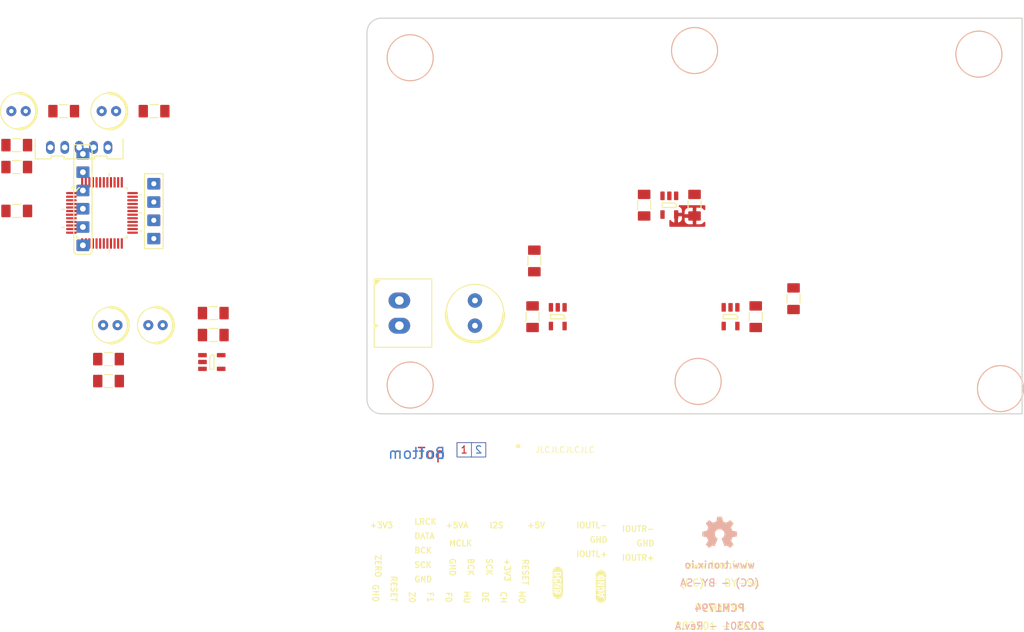
<source format=kicad_pcb>
(kicad_pcb (version 20221018) (generator pcbnew)
  (title_block (title "PCM1795/6") (date "01/2023") (rev "A"))
  (layers (0 "F.Cu" signal) (31 "B.Cu" signal) (34 "B.Paste" user) (35 "F.Paste" user) (36 "B.SilkS" user "B.Silkscreen") (37 "F.SilkS" user "F.Silkscreen") (38 "B.Mask" user) (39 "F.Mask" user) (44 "Edge.Cuts" user))
  (net 0 "")
  (net 1 "VCC")
  (net 2 "SCK")
  (net 3 "BCK")
  (net 4 "AGND")
  (net 6 "+3V3D")
  (net 7 "+3V3A")
  (net 16 "+1V8D")
  (net 17 "+3V3L")
  (net 25 "Net-(U201-VCC)")
  (net 52 "Net-(U201-A0)")
  (footprint "tronixio:SOT25" (layer "F.Cu") (at 130.5 95.5 -90)
    (fp_text reference "U101" hide)
    (fp_text value "AP7375-18")
    (pad "1" smd roundrect (at -1.3 -0.95 270) (size 1.2 0.6) (layers "F.Cu" "F.Paste" "F.Mask") (roundrect_rratio 0.15) (net 1 "VCC"))
    (pad "2" smd roundrect (at -1.3 0 270) (size 1.2 0.6) (layers "F.Cu" "F.Paste" "F.Mask") (roundrect_rratio 0.15) (net 4 "AGND"))
    (pad "3" smd roundrect (at -1.3 0.95 270) (size 1.2 0.6) (layers "F.Cu" "F.Paste" "F.Mask") (roundrect_rratio 0.15) (net 1 "VCC"))
    (pad "4" smd roundrect (at 1.3 0.95 270) (size 1.2 0.6) (layers "F.Cu" "F.Paste" "F.Mask") (roundrect_rratio 0.15))
    (pad "5" smd roundrect (at 1.3 -0.95 270) (size 1.2 0.6) (layers "F.Cu" "F.Paste" "F.Mask") (roundrect_rratio 0.15) (net 16 "+1V8D"))
  )
  (footprint "tronixio:CAPACITOR-SMD-1206" (layer "F.Cu") (at 82.65 95)
    (fp_text reference "C108" hide)
    (fp_text value "1µ")
    (pad "1" smd roundrect (at -1.5 0) (size 1.3 1.75) (layers "F.Cu" "F.Paste" "F.Mask") (roundrect_rratio 0.1) (net 1 "VCC"))
    (pad "2" smd roundrect (at 1.5 0) (size 1.3 1.75) (layers "F.Cu" "F.Paste" "F.Mask") (roundrect_rratio 0.1) (net 4 "AGND"))
  )
  (footprint "tronixio:SOT25" (layer "F.Cu") (at 146 80 -90)
    (fp_text reference "U102" hide)
    (fp_text value "AP7375-33")
    (pad "1" smd roundrect (at -1.3 -0.95 270) (size 1.2 0.6) (layers "F.Cu" "F.Paste" "F.Mask") (roundrect_rratio 0.15) (net 1 "VCC"))
    (pad "2" smd roundrect (at -1.3 0 270) (size 1.2 0.6) (layers "F.Cu" "F.Paste" "F.Mask") (roundrect_rratio 0.15) (net 4 "AGND"))
    (pad "3" smd roundrect (at -1.3 0.95 270) (size 1.2 0.6) (layers "F.Cu" "F.Paste" "F.Mask") (roundrect_rratio 0.15) (net 1 "VCC"))
    (pad "4" smd roundrect (at 1.3 0.95 270) (size 1.2 0.6) (layers "F.Cu" "F.Paste" "F.Mask") (roundrect_rratio 0.15))
    (pad "5" smd roundrect (at 1.3 -0.95 270) (size 1.2 0.6) (layers "F.Cu" "F.Paste" "F.Mask") (roundrect_rratio 0.15) (net 6 "+3V3D"))
  )
  (footprint "tronixio:HARWIN-M20-782044x" (layer "F.Cu") (at 74.39 77.02)
    (fp_text reference "K201" hide)
    (fp_text value "CLOCK")
    (pad "1" thru_hole roundrect (at 0 0) (size 1.8 1.6) (drill 0.7) (layers "*.Cu" "*.Mask") (roundrect_rratio 0.1))
    (pad "2" thru_hole roundrect (at 0 2.54) (size 1.8 1.6) (drill 0.7) (layers "*.Cu" "*.Mask") (roundrect_rratio 0.1) (net 2 "SCK"))
    (pad "3" thru_hole roundrect (at 0 5.08) (size 1.8 1.6) (drill 0.7) (layers "*.Cu" "*.Mask") (roundrect_rratio 0.1) (net 3 "BCK"))
    (pad "4" thru_hole roundrect (at 0 7.62) (size 1.8 1.6) (drill 0.7) (layers "*.Cu" "*.Mask") (roundrect_rratio 0.1) (net 4 "AGND"))
  )
  (footprint "tronixio:CAPACITOR-ELECTROLYTIC-RADIAL-050-110-020-WURTH" (layer "F.Cu") (at 68.35 96.675)
    (fp_text reference "C208" hide)
    (fp_text value "10µ")
    (pad "1" thru_hole circle (at -1 0) (size 1.4 1.4) (drill 0.6) (layers "*.Cu" "*.Mask") (net 25 "Net-(U201-VCC)"))
    (pad "2" thru_hole circle (at 1 0) (size 1.4 1.4) (drill 0.6) (layers "*.Cu" "*.Mask"))
  )
  (footprint "tronixio:MOUNTING-HOLE-3MM-MASK" (layer "F.Cu") (at 189 59)
    (fp_text reference "H104" hide)
    (fp_text value "MOUNTING-HOLE-3MM-MASK" hide)
    (pad "" np_thru_hole circle (at 0 0) (size 3 3) (drill 3) (layers "F&B.Cu" "*.Mask") (clearance 1.5))
  )
  (footprint "tronixio:CAPACITOR-SMD-1206" (layer "F.Cu") (at 61.875 66.925)
    (fp_text reference "C203" hide)
    (fp_text value "100n")
    (pad "1" smd roundrect (at -1.5 0) (size 1.3 1.75) (layers "F.Cu" "F.Paste" "F.Mask") (roundrect_rratio 0.1) (net 16 "+1V8D"))
    (pad "2" smd roundrect (at 1.5 0) (size 1.3 1.75) (layers "F.Cu" "F.Paste" "F.Mask") (roundrect_rratio 0.1))
  )
  (footprint "tronixio:MOUNTING-HOLE-3MM-MASK" (layer "F.Cu") (at 110 105)
    (fp_text reference "H101" hide)
    (fp_text value "MOUNTING-HOLE-3MM-MASK" hide)
    (pad "" np_thru_hole circle (at 0 0) (size 3 3) (drill 3) (layers "F&B.Cu" "*.Mask") (clearance 1.5))
  )
  (footprint "tronixio:CAPACITOR-SMD-1206" (layer "F.Cu") (at 74.425 66.925)
    (fp_text reference "C205" hide)
    (fp_text value "100n")
    (pad "1" smd roundrect (at -1.5 0) (size 1.3 1.75) (layers "F.Cu" "F.Paste" "F.Mask") (roundrect_rratio 0.1) (net 6 "+3V3D"))
    (pad "2" smd roundrect (at 1.5 0) (size 1.3 1.75) (layers "F.Cu" "F.Paste" "F.Mask") (roundrect_rratio 0.1))
  )
  (footprint "tronixio:MOLEX-532530570" (layer "F.Cu") (at 60.02 71.97)
    (fp_text reference "K203" hide)
    (fp_text value "I2S OUTPUT")
    (pad "1" thru_hole oval (at 8 0) (size 1.2 1.8) (drill 0.8) (layers "*.Cu" "*.Mask"))
    (pad "2" thru_hole oval (at 6 0) (size 1.2 1.8) (drill 0.8) (layers "*.Cu" "*.Mask"))
    (pad "3" thru_hole oval (at 4 0) (size 1.2 1.8) (drill 0.8) (layers "*.Cu" "*.Mask"))
    (pad "4" thru_hole oval (at 2 0) (size 1.2 1.8) (drill 0.8) (layers "*.Cu" "*.Mask"))
    (pad "5" thru_hole oval (at 0 0) (size 1.2 1.8) (drill 0.8) (layers "*.Cu" "*.Mask"))
  )
  (footprint "tronixio:CAPACITOR-SMD-1206" (layer "F.Cu") (at 68.1 101.4)
    (fp_text reference "C207" hide)
    (fp_text value "100n")
    (pad "1" smd roundrect (at -1.5 0) (size 1.3 1.75) (layers "F.Cu" "F.Paste" "F.Mask") (roundrect_rratio 0.1) (net 25 "Net-(U201-VCC)"))
    (pad "2" smd roundrect (at 1.5 0) (size 1.3 1.75) (layers "F.Cu" "F.Paste" "F.Mask") (roundrect_rratio 0.1))
  )
  (footprint "tronixio:SOT25" (layer "F.Cu") (at 154.5 95.5 -90)
    (fp_text reference "U103" hide)
    (fp_text value "AP7375-33")
    (pad "1" smd roundrect (at -1.3 -0.95 270) (size 1.2 0.6) (layers "F.Cu" "F.Paste" "F.Mask") (roundrect_rratio 0.15) (net 1 "VCC"))
    (pad "2" smd roundrect (at -1.3 0 270) (size 1.2 0.6) (layers "F.Cu" "F.Paste" "F.Mask") (roundrect_rratio 0.15) (net 4 "AGND"))
    (pad "3" smd roundrect (at -1.3 0.95 270) (size 1.2 0.6) (layers "F.Cu" "F.Paste" "F.Mask") (roundrect_rratio 0.15) (net 1 "VCC"))
    (pad "4" smd roundrect (at 1.3 0.95 270) (size 1.2 0.6) (layers "F.Cu" "F.Paste" "F.Mask") (roundrect_rratio 0.15))
    (pad "5" smd roundrect (at 1.3 -0.95 270) (size 1.2 0.6) (layers "F.Cu" "F.Paste" "F.Mask") (roundrect_rratio 0.15) (net 17 "+3V3L"))
  )
  (footprint "tronixio:CAPACITOR-SMD-1206" (layer "F.Cu") (at 55.35 74.7)
    (fp_text reference "C206" hide)
    (fp_text value "2µ2")
    (pad "1" smd roundrect (at -1.5 0) (size 1.3 1.75) (layers "F.Cu" "F.Paste" "F.Mask") (roundrect_rratio 0.1))
    (pad "2" smd roundrect (at 1.5 0) (size 1.3 1.75) (layers "F.Cu" "F.Paste" "F.Mask") (roundrect_rratio 0.1))
  )
  (footprint "tronixio:CAPACITOR-SMD-1206" (layer "F.Cu") (at 55.35 71.65)
    (fp_text reference "C202" hide)
    (fp_text value "2µ2")
    (pad "1" smd roundrect (at -1.5 0) (size 1.3 1.75) (layers "F.Cu" "F.Paste" "F.Mask") (roundrect_rratio 0.1))
    (pad "2" smd roundrect (at 1.5 0) (size 1.3 1.75) (layers "F.Cu" "F.Paste" "F.Mask") (roundrect_rratio 0.1) (net 4 "AGND"))
  )
  (footprint "tronixio:CAPACITOR-ELECTROLYTIC-RADIAL-050-110-020-WURTH" (layer "F.Cu") (at 74.625 96.675)
    (fp_text reference "C210" hide)
    (fp_text value "10µ")
    (pad "1" thru_hole circle (at -1 0) (size 1.4 1.4) (drill 0.6) (layers "*.Cu" "*.Mask") (net 17 "+3V3L"))
    (pad "2" thru_hole circle (at 1 0) (size 1.4 1.4) (drill 0.6) (layers "*.Cu" "*.Mask"))
  )
  (footprint "tronixio:CAPACITOR-SMD-1206" (layer "F.Cu") (at 68.1 104.45)
    (fp_text reference "C209" hide)
    (fp_text value "100n")
    (pad "1" smd roundrect (at -1.5 0) (size 1.3 1.75) (layers "F.Cu" "F.Paste" "F.Mask") (roundrect_rratio 0.1) (net 17 "+3V3L"))
    (pad "2" smd roundrect (at 1.5 0) (size 1.3 1.75) (layers "F.Cu" "F.Paste" "F.Mask") (roundrect_rratio 0.1))
  )
  (footprint "tronixio:CAPACITOR-ELECTROLYTIC-RADIAL-050-110-020-WURTH" (layer "F.Cu") (at 55.6 66.925)
    (fp_text reference "C201" hide)
    (fp_text value "10µ")
    (pad "1" thru_hole circle (at -1 0) (size 1.4 1.4) (drill 0.6) (layers "*.Cu" "*.Mask") (net 16 "+1V8D"))
    (pad "2" thru_hole circle (at 1 0) (size 1.4 1.4) (drill 0.6) (layers "*.Cu" "*.Mask"))
  )
  (footprint "tronixio:MOUNTING-HOLE-3MM-MASK" (layer "F.Cu") (at 149.5 58.5)
    (fp_text reference "H105" hide)
    (fp_text value "MOUNTING-HOLE-3MM-MASK" hide)
    (pad "" np_thru_hole circle (at 0 0) (size 3 3) (drill 3) (layers "F&B.Cu" "*.Mask") (clearance 1.5))
  )
  (footprint "tronixio:CAPACITOR-SMD-1206" (layer "F.Cu") (at 163.25 93 90)
    (fp_text reference "C106" hide)
    (fp_text value "1µ")
    (pad "1" smd roundrect (at -1.5 0 90) (size 1.3 1.75) (layers "F.Cu" "F.Paste" "F.Mask") (roundrect_rratio 0.1) (net 1 "VCC"))
    (pad "2" smd roundrect (at 1.5 0 90) (size 1.3 1.75) (layers "F.Cu" "F.Paste" "F.Mask") (roundrect_rratio 0.1) (net 4 "AGND"))
  )
  (footprint "tronixio:TQFP-48" (layer "F.Cu") (at 67.19 81.07)
    (fp_text reference "U201" hide)
    (fp_text value "SRC4392")
    (pad "1" smd roundrect (at -4.25 -2.75) (size 1.45 0.3) (layers "F.Cu" "F.Paste" "F.Mask") (roundrect_rratio 0.2))
    (pad "2" smd roundrect (at -4.25 -2.25) (size 1.45 0.3) (layers "F.Cu" "F.Paste" "F.Mask") (roundrect_rratio 0.2))
    (pad "3" smd roundrect (at -4.25 -1.75) (size 1.45 0.3) (layers "F.Cu" "F.Paste" "F.Mask") (roundrect_rratio 0.2))
    (pad "4" smd roundrect (at -4.25 -1.25) (size 1.45 0.3) (layers "F.Cu" "F.Paste" "F.Mask") (roundrect_rratio 0.2))
    (pad "5" smd roundrect (at -4.25 -0.75) (size 1.45 0.3) (layers "F.Cu" "F.Paste" "F.Mask") (roundrect_rratio 0.2))
    (pad "6" smd roundrect (at -4.25 -0.25) (size 1.45 0.3) (layers "F.Cu" "F.Paste" "F.Mask") (roundrect_rratio 0.2))
    (pad "7" smd roundrect (at -4.25 0.25) (size 1.5 0.3) (layers "F.Cu" "F.Paste" "F.Mask") (roundrect_rratio 0.2))
    (pad "8" smd roundrect (at -4.25 0.75) (size 1.45 0.3) (layers "F.Cu" "F.Paste" "F.Mask") (roundrect_rratio 0.2))
    (pad "9" smd roundrect (at -4.25 1.25) (size 1.45 0.3) (layers "F.Cu" "F.Paste" "F.Mask") (roundrect_rratio 0.2) (net 25 "Net-(U201-VCC)"))
    (pad "10" smd roundrect (at -4.25 1.75) (size 1.45 0.3) (layers "F.Cu" "F.Paste" "F.Mask") (roundrect_rratio 0.2))
    (pad "11" smd roundrect (at -4.25 2.25) (size 1.45 0.3) (layers "F.Cu" "F.Paste" "F.Mask") (roundrect_rratio 0.2))
    (pad "12" smd roundrect (at -4.25 2.75) (size 1.45 0.3) (layers "F.Cu" "F.Paste" "F.Mask") (roundrect_rratio 0.2))
    (pad "13" smd roundrect (at -2.75 4.25) (size 0.3 1.45) (layers "F.Cu" "F.Paste" "F.Mask") (roundrect_rratio 0.2))
    (pad "14" smd roundrect (at -2.25 4.25) (size 0.3 1.45) (layers "F.Cu" "F.Paste" "F.Mask") (roundrect_rratio 0.2))
    (pad "15" smd roundrect (at -1.75 4.25) (size 0.3 1.45) (layers "F.Cu" "F.Paste" "F.Mask") (roundrect_rratio 0.2))
    (pad "16" smd roundrect (at -1.25 4.25) (size 0.3 1.45) (layers "F.Cu" "F.Paste" "F.Mask") (roundrect_rratio 0.2) (net 4 "AGND"))
    (pad "17" smd roundrect (at -0.75 4.25) (size 0.3 1.45) (layers "F.Cu" "F.Paste" "F.Mask") (roundrect_rratio 0.2) (net 16 "+1V8D"))
    (pad "18" smd roundrect (at -0.25 4.25) (size 0.3 1.45) (layers "F.Cu" "F.Paste" "F.Mask") (roundrect_rratio 0.2))
    (pad "19" smd roundrect (at 0.25 4.25) (size 0.3 1.45) (layers "F.Cu" "F.Paste" "F.Mask") (roundrect_rratio 0.2) (net 52 "Net-(U201-A0)"))
    (pad "20" smd roundrect (at 0.75 4.25) (size 0.3 1.45) (layers "F.Cu" "F.Paste" "F.Mask") (roundrect_rratio 0.2))
    (pad "21" smd roundrect (at 1.25 4.25) (size 0.3 1.45) (layers "F.Cu" "F.Paste" "F.Mask") (roundrect_rratio 0.2) (net 52 "Net-(U201-A0)"))
    (pad "22" smd roundrect (at 1.75 4.25) (size 0.3 1.45) (layers "F.Cu" "F.Paste" "F.Mask") (roundrect_rratio 0.2))
    (pad "23" smd roundrect (at 2.25 4.25) (size 0.3 1.45) (layers "F.Cu" "F.Paste" "F.Mask") (roundrect_rratio 0.2))
    (pad "24" smd roundrect (at 2.75 4.25) (size 0.3 1.45) (layers "F.Cu" "F.Paste" "F.Mask") (roundrect_rratio 0.2))
    (pad "25" smd roundrect (at 4.25 2.75) (size 1.45 0.3) (layers "F.Cu" "F.Paste" "F.Mask") (roundrect_rratio 0.2))
    (pad "26" smd roundrect (at 4.25 2.25) (size 1.45 0.3) (layers "F.Cu" "F.Paste" "F.Mask") (roundrect_rratio 0.2))
    (pad "27" smd roundrect (at 4.25 1.75) (size 1.45 0.3) (layers "F.Cu" "F.Paste" "F.Mask") (roundrect_rratio 0.2))
    (pad "28" smd roundrect (at 4.25 1.25) (size 1.45 0.3) (layers "F.Cu" "F.Paste" "F.Mask") (roundrect_rratio 0.2))
    (pad "29" smd roundrect (at 4.25 0.75) (size 1.45 0.3) (layers "F.Cu" "F.Paste" "F.Mask") (roundrect_rratio 0.2))
    (pad "30" smd roundrect (at 4.25 0.25) (size 1.45 0.3) (layers "F.Cu" "F.Paste" "F.Mask") (roundrect_rratio 0.2) (net 4 "AGND"))
    (pad "31" smd roundrect (at 4.25 -0.25) (size 1.45 0.3) (layers "F.Cu" "F.Paste" "F.Mask") (roundrect_rratio 0.2))
    (pad "32" smd roundrect (at 4.25 -0.75) (size 1.45 0.3) (layers "F.Cu" "F.Paste" "F.Mask") (roundrect_rratio 0.2))
    (pad "33" smd roundrect (at 4.25 -1.25) (size 1.45 0.3) (layers "F.Cu" "F.Paste" "F.Mask") (roundrect_rratio 0.2) (net 6 "+3V3D"))
    (pad "34" smd roundrect (at 4.25 -1.75) (size 1.45 0.3) (layers "F.Cu" "F.Paste" "F.Mask") (roundrect_rratio 0.2))
    (pad "35" smd roundrect (at 4.25 -2.25) (size 1.45 0.3) (layers "F.Cu" "F.Paste" "F.Mask") (roundrect_rratio 0.2))
    (pad "36" smd roundrect (at 4.25 -2.75) (size 1.45 0.3) (layers "F.Cu" "F.Paste" "F.Mask") (roundrect_rratio 0.2))
    (pad "37" smd roundrect (at 2.75 -4.25) (size 0.3 1.45) (layers "F.Cu" "F.Paste" "F.Mask") (roundrect_rratio 0.2))
    (pad "38" smd roundrect (at 2.25 -4.25) (size 0.3 1.45) (layers "F.Cu" "F.Paste" "F.Mask") (roundrect_rratio 0.2))
    (pad "39" smd roundrect (at 1.75 -4.25) (size 0.3 1.45) (layers "F.Cu" "F.Paste" "F.Mask") (roundrect_rratio 0.2))
    (pad "40" smd roundrect (at 1.25 -4.25) (size 0.3 1.45) (layers "F.Cu" "F.Paste" "F.Mask") (roundrect_rratio 0.2))
    (pad "41" smd roundrect (at 0.75 -4.25) (size 0.3 1.45) (layers "F.Cu" "F.Paste" "F.Mask") (roundrect_rratio 0.2))
    (pad "42" smd roundrect (at 0.25 -4.25) (size 0.3 1.45) (layers "F.Cu" "F.Paste" "F.Mask") (roundrect_rratio 0.2) (net 17 "+3V3L"))
    (pad "43" smd roundrect (at -0.25 -4.25) (size 0.3 1.45) (layers "F.Cu" "F.Paste" "F.Mask") (roundrect_rratio 0.2) (net 52 "Net-(U201-A0)"))
    (pad "44" smd roundrect (at -0.75 -4.25) (size 0.3 1.45) (layers "F.Cu" "F.Paste" "F.Mask") (roundrect_rratio 0.2))
    (pad "45" smd roundrect (at -1.25 -4.25) (size 0.3 1.45) (layers "F.Cu" "F.Paste" "F.Mask") (roundrect_rratio 0.2))
    (pad "46" smd roundrect (at -1.75 -4.25) (size 0.3 1.45) (layers "F.Cu" "F.Paste" "F.Mask") (roundrect_rratio 0.2))
    (pad "47" smd roundrect (at -2.25 -4.25) (size 0.3 1.45) (layers "F.Cu" "F.Paste" "F.Mask") (roundrect_rratio 0.2))
    (pad "48" smd roundrect (at -2.75 -4.25) (size 0.3 1.45) (layers "F.Cu" "F.Paste" "F.Mask") (roundrect_rratio 0.2))
  )
  (footprint "tronixio:RESISTOR-SMD-1206" (layer "F.Cu") (at 55.35 80.8)
    (fp_text reference "R201" hide)
    (fp_text value "10K")
    (pad "1" smd roundrect (at -1.5 0) (size 1.3 1.75) (layers "F.Cu" "F.Paste" "F.Mask") (roundrect_rratio 0.1))
    (pad "2" smd roundrect (at 1.5 0) (size 1.3 1.75) (layers "F.Cu" "F.Paste" "F.Mask") (roundrect_rratio 0.1) (net 4 "AGND"))
  )
  (footprint "tronixio:CAPACITOR-SMD-1206" (layer "F.Cu") (at 142.5 80 -90)
    (fp_text reference "C104" hide)
    (fp_text value "1µ")
    (pad "1" smd roundrect (at -1.5 0 270) (size 1.3 1.75) (layers "F.Cu" "F.Paste" "F.Mask") (roundrect_rratio 0.1) (net 1 "VCC"))
    (pad "2" smd roundrect (at 1.5 0 270) (size 1.3 1.75) (layers "F.Cu" "F.Paste" "F.Mask") (roundrect_rratio 0.1) (net 4 "AGND"))
  )
  (footprint "tronixio:MOUNTING-HOLE-3MM-MASK" (layer "F.Cu") (at 110 59.5)
    (fp_text reference "H106" hide)
    (fp_text value "MOUNTING-HOLE-3MM-MASK" hide)
    (pad "" np_thru_hole circle (at 0 0) (size 3 3) (drill 3) (layers "F&B.Cu" "*.Mask") (clearance 1.5))
  )
  (footprint "tronixio:SOT25" (layer "F.Cu") (at 82.45 101.8)
    (fp_text reference "U104" hide)
    (fp_text value "AP7375-33")
    (pad "1" smd roundrect (at -1.3 -0.95) (size 1.2 0.6) (layers "F.Cu" "F.Paste" "F.Mask") (roundrect_rratio 0.15) (net 1 "VCC"))
    (pad "2" smd roundrect (at -1.3 0) (size 1.2 0.6) (layers "F.Cu" "F.Paste" "F.Mask") (roundrect_rratio 0.15) (net 4 "AGND"))
    (pad "3" smd roundrect (at -1.3 0.95) (size 1.2 0.6) (layers "F.Cu" "F.Paste" "F.Mask") (roundrect_rratio 0.15) (net 1 "VCC"))
    (pad "4" smd roundrect (at 1.3 0.95) (size 1.2 0.6) (layers "F.Cu" "F.Paste" "F.Mask") (roundrect_rratio 0.15))
    (pad "5" smd roundrect (at 1.3 -0.95) (size 1.2 0.6) (layers "F.Cu" "F.Paste" "F.Mask") (roundrect_rratio 0.15) (net 7 "+3V3A"))
  )
  (footprint "tronixio:CAPACITOR-SMD-1206" (layer "F.Cu") (at 82.65 98.05)
    (fp_text reference "C109" hide)
    (fp_text value "1µ")
    (pad "1" smd roundrect (at -1.5 0) (size 1.3 1.75) (layers "F.Cu" "F.Paste" "F.Mask") (roundrect_rratio 0.1) (net 7 "+3V3A"))
    (pad "2" smd roundrect (at 1.5 0) (size 1.3 1.75) (layers "F.Cu" "F.Paste" "F.Mask") (roundrect_rratio 0.1) (net 4 "AGND"))
  )
  (footprint "kibuzzard-63CBA350" (layer "F.Cu") (at 130.5 132.5 -90)
    (fp_text reference "kibuzzard-63CBA350" hide)
    (fp_text value "G***" hide)
  )
  (footprint "tronixio:MOUNTING-HOLE-3MM-MASK" (layer "F.Cu") (at 192 105.5)
    (fp_text reference "H103" hide)
    (fp_text value "MOUNTING-HOLE-3MM-MASK" hide)
    (pad "" np_thru_hole circle (at 0 0) (size 3 3) (drill 3) (layers "F&B.Cu" "*.Mask") (clearance 1.5))
  )
  (footprint "tronixio:MOLEX-532580229" (layer "F.Cu") (at 108.5 96.75 90)
    (fp_text reference "K101" hide)
    (fp_text value "VCC")
    (pad "1" thru_hole oval (at 0 0 90) (size 2.2 3) (drill 1.2) (layers "*.Cu" "*.Mask") (net 4 "AGND"))
    (pad "2" thru_hole oval (at 3.5 0 90) (size 2.2 3) (drill 1.2) (layers "*.Cu" "*.Mask") (net 1 "VCC"))
  )
  (footprint "tronixio:MOUNTING-HOLE-3MM-MASK" (layer "F.Cu") (at 150 104.5)
    (fp_text reference "H102" hide)
    (fp_text value "MOUNTING-HOLE-3MM-MASK" hide)
    (pad "" np_thru_hole circle (at 0 0) (size 3 3) (drill 3) (layers "F&B.Cu" "*.Mask") (clearance 1.5))
  )
  (footprint "tronixio:CAPACITOR-SMD-1206" (layer "F.Cu") (at 127 95.5 -90)
    (fp_text reference "C102" hide)
    (fp_text value "1µ")
    (pad "1" smd roundrect (at -1.5 0 270) (size 1.3 1.75) (layers "F.Cu" "F.Paste" "F.Mask") (roundrect_rratio 0.1) (net 1 "VCC"))
    (pad "2" smd roundrect (at 1.5 0 270) (size 1.3 1.75) (layers "F.Cu" "F.Paste" "F.Mask") (roundrect_rratio 0.1) (net 4 "AGND"))
  )
  (footprint "kibuzzard-63CAF235" (layer "F.Cu") (at 136.5 133 90)
    (fp_text reference "kibuzzard-63CAF235" hide)
    (fp_text value "G***" hide)
  )
  (footprint "tronixio:OSHW-5MM" (layer "F.Cu") (at 153 125.5)
    (fp_text reference "G***" hide)
    (fp_text value "LOGO" hide)
  )
  (footprint "tronixio:CAPACITOR-ELECTROLYTIC-RADIAL-080-115-035-WURTH" (layer "F.Cu") (at 119 95 -90)
    (fp_text reference "C101" hide)
    (fp_text value "47µ")
    (pad "1" thru_hole circle (at -1.75 0 270) (size 2 2) (drill 0.8) (layers "*.Cu" "*.Mask") (net 1 "VCC"))
    (pad "2" thru_hole circle (at 1.75 0 270) (size 2 2) (drill 0.8) (layers "*.Cu" "*.Mask") (net 4 "AGND"))
  )
  (footprint "tronixio:CAPACITOR-ELECTROLYTIC-RADIAL-050-110-020-WURTH" (layer "F.Cu") (at 68.15 66.925)
    (fp_text reference "C204" hide)
    (fp_text value "10µ")
    (pad "1" thru_hole circle (at -1 0) (size 1.4 1.4) (drill 0.6) (layers "*.Cu" "*.Mask") (net 6 "+3V3D"))
    (pad "2" thru_hole circle (at 1 0) (size 1.4 1.4) (drill 0.6) (layers "*.Cu" "*.Mask"))
  )
  (footprint "tronixio:HARWIN-M20-999064x" (layer "F.Cu") (at 64.54 72.875)
    (fp_text reference "K202" hide)
    (fp_text value "MCU")
    (pad "1" thru_hole roundrect (at 0 0) (size 1.8 1.6) (drill 0.8) (layers "*.Mask" "F.Cu" "In1.Cu" "B.Cu") (roundrect_rratio 0.1))
    (pad "2" thru_hole roundrect (at 0 2.54) (size 1.8 1.6) (drill 0.8) (layers "*.Mask" "F.Cu" "In1.Cu" "B.Cu") (roundrect_rratio 0.1))
    (pad "3" thru_hole roundrect (at 0 5.08) (size 1.8 1.6) (drill 0.8) (layers "*.Mask" "F.Cu" "In1.Cu" "B.Cu") (roundrect_rratio 0.1))
    (pad "4" thru_hole roundrect (at 0 7.62) (size 1.8 1.6) (drill 0.8) (layers "*.Mask" "F.Cu" "In1.Cu" "B.Cu") (roundrect_rratio 0.1))
    (pad "5" thru_hole roundrect (at 0 10.16) (size 1.8 1.6) (drill 0.8) (layers "*.Mask" "F.Cu" "In1.Cu" "B.Cu") (roundrect_rratio 0.1))
    (pad "6" thru_hole roundrect (at 0 12.7) (size 1.8 1.6) (drill 0.8) (layers "*.Mask" "F.Cu" "In1.Cu" "B.Cu") (roundrect_rratio 0.1) (net 4 "AGND"))
  )
  (footprint "tronixio:CAPACITOR-SMD-1206" (layer "F.Cu") (at 127.25 87.75 90)
    (fp_text reference "C103" hide)
    (fp_text value "1µ")
    (pad "1" smd roundrect (at -1.5 0 90) (size 1.3 1.75) (layers "F.Cu" "F.Paste" "F.Mask") (roundrect_rratio 0.1) (net 16 "+1V8D"))
    (pad "2" smd roundrect (at 1.5 0 90) (size 1.3 1.75) (layers "F.Cu" "F.Paste" "F.Mask") (roundrect_rratio 0.1) (net 4 "AGND"))
  )
  (footprint "tronixio:CAPACITOR-SMD-1206" (layer "F.Cu") (at 158 95.5 90)
    (fp_text reference "C107" hide)
    (fp_text value "1µ")
    (pad "1" smd roundrect (at -1.5 0 90) (size 1.3 1.75) (layers "F.Cu" "F.Paste" "F.Mask") (roundrect_rratio 0.1) (net 17 "+3V3L"))
    (pad "2" smd roundrect (at 1.5 0 90) (size 1.3 1.75) (layers "F.Cu" "F.Paste" "F.Mask") (roundrect_rratio 0.1) (net 4 "AGND"))
  )
  (footprint "tronixio:CAPACITOR-SMD-1206" (layer "F.Cu") (at 149.5 80 90)
    (fp_text reference "C105" hide)
    (fp_text value "1µ")
    (pad "1" smd roundrect (at -1.5 0 90) (size 1.3 1.75) (layers "F.Cu" "F.Paste" "F.Mask") (roundrect_rratio 0.1) (net 6 "+3V3D"))
    (pad "2" smd roundrect (at 1.5 0 90) (size 1.3 1.75) (layers "F.Cu" "F.Paste" "F.Mask") (roundrect_rratio 0.1) (net 4 "AGND"))
  )
  (footprint "tronixio:OSHW-5MM" (layer "B.Cu") (at 153 125.5 180)
    (fp_text reference "G***" hide)
    (fp_text value "LOGO" hide)
  )
  (gr_line (start 118.5 115) (end 118.5 113) (stroke (width 0.1)) (layer "F.Cu"))
  (gr_rect (start 116.5 113) (end 120.5 115) (stroke (width 0.1)) (fill none) (layer "F.Cu"))
  (gr_line (start 118.5 115) (end 118.5 113) (stroke (width 0.1)) (layer "B.Cu"))
  (gr_rect (start 116.5 113) (end 120.5 115) (stroke (width 0.1)) (fill none) (layer "B.Cu"))
  (gr_circle (center 125 113.5) (end 124.75 113.5) (stroke (width 0.1)) (fill solid) (layer "F.SilkS"))
  (gr_line (start 104 56) (end 104 107) (stroke (width 0.15)) (layer "Edge.Cuts"))
  (gr_arc (start 104 56) (mid 104.585786 54.585786) (end 106 54) (stroke (width 0.15)) (layer "Edge.Cuts"))
  (gr_arc (start 106 109) (mid 104.585786 108.414214) (end 104 107) (stroke (width 0.15)) (layer "Edge.Cuts"))
  (gr_line (start 195 54) (end 106 54) (stroke (width 0.15)) (layer "Edge.Cuts"))
  (gr_line (start 195 109) (end 195 54) (stroke (width 0.15)) (layer "Edge.Cuts"))
  (gr_line (start 106 109) (end 195 109) (stroke (width 0.15)) (layer "Edge.Cuts"))
  (gr_text "1" (at 117.5 114) (layer "F.Cu") (effects (font (size 1 1))))
  (gr_text "Top" (at 115 114.5) (layer "F.Cu") (effects (font (size 1.5 1.5) (thickness 0.2)) (justify right)))
  (gr_text "Bottom" (at 115 114.5) (layer "B.Cu") (effects (font (size 1.5 1.5) (thickness 0.2)) (justify left mirror)))
  (gr_text "2" (at 119.5 114) (layer "B.Cu") (effects (font (size 1 1)) (justify mirror)))
  (gr_text "202301 - Rev.A" (at 153 138.5) (layer "B.SilkS") (effects (font (size 1 1)) (justify mirror)))
  (gr_text "(CC) - BY-SA" (at 153 132.5) (layer "B.SilkS") (effects (font (size 1 1)) (justify mirror)))
  (gr_text "www.tronix.io" (at 153 130) (layer "B.SilkS") (effects (font (size 1 1)) (justify mirror)))
  (gr_text "PCM1794" (at 153 136) (layer "B.SilkS") (effects (font (size 1 1) (thickness 0.2)) (justify mirror)))
  (gr_text "SCK" (at 110.5 130) (layer "F.SilkS") (effects (font (size 0.8 0.8)) (justify left)))
  (gr_text "BCK" (at 118.42 129 270) (layer "F.SilkS") (effects (font (size 0.8 0.8)) (justify left)))
  (gr_text "202301 - Rev.A" (at 153 138.5) (layer "F.SilkS") (effects (font (size 1 1))))
  (gr_text "IOUTL+" (at 137.5 128.5) (layer "F.SilkS") (effects (font (size 0.8 0.8)) (justify right)))
  (gr_text "MU" (at 117.88 134.5 270) (layer "F.SilkS") (effects (font (size 0.8 0.8))))
  (gr_text "DATA" (at 110.5 126) (layer "F.SilkS") (effects (font (size 0.8 0.8)) (justify left)))
  (gr_text "RESET" (at 126 131 270) (layer "F.SilkS") (effects (font (size 0.8 0.8))))
  (gr_text "IOUTR+" (at 144 129) (layer "F.SilkS") (effects (font (size 0.8 0.8)) (justify right)))
  (gr_text "I2S" (at 122 124.5) (layer "F.SilkS") (effects (font (size 0.8 0.8))))
  (gr_text "ZERO" (at 105.53 128.5 270) (layer "F.SilkS") (effects (font (size 0.8 0.8)) (justify left)))
  (gr_text "PCM1794" (at 153 136) (layer "F.SilkS") (effects (font (size 1 1) (thickness 0.2))))
  (gr_text "F1" (at 112.8 134.5 270) (layer "F.SilkS") (effects (font (size 0.8 0.8))))
  (gr_text "(CC) - BY-SA" (at 153 132.5) (layer "F.SilkS") (effects (font (size 1 1))))
  (gr_text "GND" (at 110.5 132) (layer "F.SilkS") (effects (font (size 0.8 0.8)) (justify left)))
  (gr_text "IOUTL-" (at 137.5 124.5) (layer "F.SilkS") (effects (font (size 0.8 0.8)) (justify right)))
  (gr_text "Z0" (at 110.26 134.5 270) (layer "F.SilkS") (effects (font (size 0.8 0.8))))
  (gr_text "DE" (at 120.42 134.5 270) (layer "F.SilkS") (effects (font (size 0.8 0.8))))
  (gr_text "+3V3" (at 123.5 129 270) (layer "F.SilkS") (effects (font (size 0.8 0.8)) (justify left)))
  (gr_text "www.tronix.io" (at 153 130) (layer "F.SilkS") (effects (font (size 1 1))))
  (gr_text "IOUTR-" (at 144 125) (layer "F.SilkS") (effects (font (size 0.8 0.8)) (justify right)))
  (gr_text "GND" (at 144 127) (layer "F.SilkS") (effects (font (size 0.8 0.8)) (justify right)))
  (gr_text "RESET" (at 107.72 135.25 270) (layer "F.SilkS") (effects (font (size 0.8 0.8)) (justify right)))
  (gr_text "CH" (at 122.96 134.5 270) (layer "F.SilkS") (effects (font (size 0.8 0.8))))
  (gr_text "+5VA" (at 116.5 124.5) (layer "F.SilkS") (effects (font (size 0.8 0.8))))
  (gr_text "F0" (at 115.34 134.5 270) (layer "F.SilkS") (effects (font (size 0.8 0.8))))
  (gr_text "LRCK" (at 110.5 124) (layer "F.SilkS") (effects (font (size 0.8 0.8)) (justify left)))
  (gr_text "JLCJLCJLCJLC" (at 131.5 114) (layer "F.SilkS") (effects (font (size 0.8 0.8) (thickness 0.1))))
  (gr_text "MCLK" (at 117 127) (layer "F.SilkS") (effects (font (size 0.8 0.8))))
  (gr_text "MO" (at 125.5 134.5 270) (layer "F.SilkS") (effects (font (size 0.8 0.8))))
  (gr_text "GND" (at 115.88 129 270) (layer "F.SilkS") (effects (font (size 0.8 0.8)) (justify left)))
  (gr_text "+3V3" (at 106 124.5) (layer "F.SilkS") (effects (font (size 0.8 0.8))))
  (gr_text "SCK" (at 120.96 129 270) (layer "F.SilkS") (effects (font (size 0.8 0.8)) (justify left)))
  (gr_text "BCK" (at 110.5 128) (layer "F.SilkS") (effects (font (size 0.8 0.8)) (justify left)))
  (gr_text "GND" (at 105.18 135.25 270) (layer "F.SilkS") (effects (font (size 0.8 0.8)) (justify right)))
  (gr_text "+5V" (at 127.5 124.5) (layer "F.SilkS") (effects (font (size 0.8 0.8))))
  (gr_text "GND" (at 137.5 126.5) (layer "F.SilkS") (effects (font (size 0.8 0.8)) (justify right)))
  (zone (net 6) (net_name "+3V3D") (layer "F.Cu") (connect_pads (clearance 0.3)) (min_thickness 0.25) (fill yes (thermal_gap 0.5) (thermal_bridge_width 0.5))
    (polygon (pts (xy 146 83) (xy 151 83) (xy 151 80) (xy 146 80)))
  )
)
</source>
